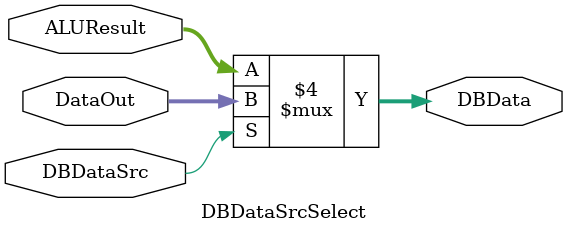
<source format=v>
`timescale 1ns / 1ps


module DBDataSrcSelect(
    input [31:0]ALUResult,
    input [31:0]DataOut,
    input DBDataSrc,
    output reg[31:0]DBData
    );
    always@(DBDataSrc or ALUResult or DataOut) begin
        if(DBDataSrc==0)
            DBData<=ALUResult;
        else
            DBData<=DataOut;
    end
endmodule

</source>
